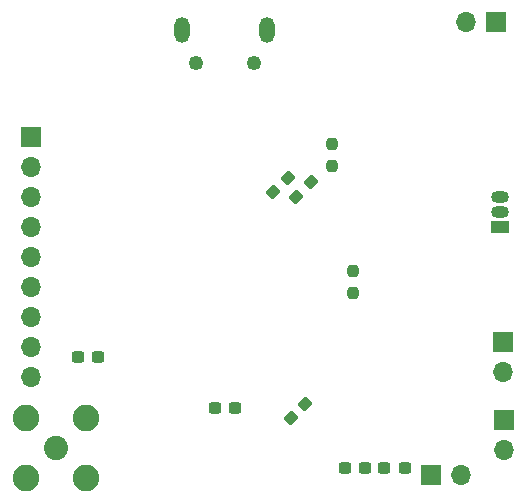
<source format=gbr>
%TF.GenerationSoftware,KiCad,Pcbnew,8.0.8-2.fc41*%
%TF.CreationDate,2025-02-14T21:39:48-05:00*%
%TF.ProjectId,OS-41,4f532d34-312e-46b6-9963-61645f706362,rev?*%
%TF.SameCoordinates,Original*%
%TF.FileFunction,Soldermask,Bot*%
%TF.FilePolarity,Negative*%
%FSLAX46Y46*%
G04 Gerber Fmt 4.6, Leading zero omitted, Abs format (unit mm)*
G04 Created by KiCad (PCBNEW 8.0.8-2.fc41) date 2025-02-14 21:39:48*
%MOMM*%
%LPD*%
G01*
G04 APERTURE LIST*
G04 Aperture macros list*
%AMRoundRect*
0 Rectangle with rounded corners*
0 $1 Rounding radius*
0 $2 $3 $4 $5 $6 $7 $8 $9 X,Y pos of 4 corners*
0 Add a 4 corners polygon primitive as box body*
4,1,4,$2,$3,$4,$5,$6,$7,$8,$9,$2,$3,0*
0 Add four circle primitives for the rounded corners*
1,1,$1+$1,$2,$3*
1,1,$1+$1,$4,$5*
1,1,$1+$1,$6,$7*
1,1,$1+$1,$8,$9*
0 Add four rect primitives between the rounded corners*
20,1,$1+$1,$2,$3,$4,$5,0*
20,1,$1+$1,$4,$5,$6,$7,0*
20,1,$1+$1,$6,$7,$8,$9,0*
20,1,$1+$1,$8,$9,$2,$3,0*%
G04 Aperture macros list end*
%ADD10C,2.050000*%
%ADD11C,2.250000*%
%ADD12R,1.700000X1.700000*%
%ADD13O,1.700000X1.700000*%
%ADD14O,1.300000X2.200000*%
%ADD15C,1.250000*%
%ADD16R,1.500000X1.050000*%
%ADD17O,1.500000X1.050000*%
%ADD18RoundRect,0.237500X0.300000X0.237500X-0.300000X0.237500X-0.300000X-0.237500X0.300000X-0.237500X0*%
%ADD19RoundRect,0.237500X-0.044194X-0.380070X0.380070X0.044194X0.044194X0.380070X-0.380070X-0.044194X0*%
%ADD20RoundRect,0.237500X-0.300000X-0.237500X0.300000X-0.237500X0.300000X0.237500X-0.300000X0.237500X0*%
%ADD21RoundRect,0.237500X0.044194X0.380070X-0.380070X-0.044194X-0.044194X-0.380070X0.380070X0.044194X0*%
%ADD22RoundRect,0.237500X0.237500X-0.250000X0.237500X0.250000X-0.237500X0.250000X-0.237500X-0.250000X0*%
G04 APERTURE END LIST*
D10*
%TO.C,J4*%
X98100000Y-123850000D03*
D11*
X95560000Y-121310000D03*
X95560000Y-126390000D03*
X100640000Y-121310000D03*
X100640000Y-126390000D03*
%TD*%
D12*
%TO.C,J7*%
X96000000Y-97520001D03*
D13*
X96000000Y-100060001D03*
X96000000Y-102600000D03*
X96000000Y-105140001D03*
X96000000Y-107680001D03*
X96000000Y-110220001D03*
X96000000Y-112760001D03*
X96000000Y-115300002D03*
X96000000Y-117840001D03*
%TD*%
D12*
%TO.C,J5*%
X135400000Y-87800000D03*
D13*
X132860000Y-87800000D03*
%TD*%
D14*
%TO.C,J6*%
X116019998Y-88500000D03*
D15*
X114839998Y-91300000D03*
X110000000Y-91300000D03*
D14*
X108820000Y-88500000D03*
%TD*%
D12*
%TO.C,J2*%
X129850000Y-126150000D03*
D13*
X132390000Y-126150000D03*
%TD*%
D12*
%TO.C,J3*%
X136000000Y-114860000D03*
D13*
X136000000Y-117400000D03*
%TD*%
D12*
%TO.C,J1*%
X136025000Y-121500000D03*
D13*
X136025000Y-124040000D03*
%TD*%
D16*
%TO.C,U5*%
X135700000Y-105200000D03*
D17*
X135700000Y-103929999D03*
X135700000Y-102660000D03*
%TD*%
D18*
%TO.C,C11*%
X127642500Y-125550000D03*
X125917500Y-125550000D03*
%TD*%
D19*
%TO.C,C7*%
X117970240Y-121329760D03*
X119190000Y-120110000D03*
%TD*%
D20*
%TO.C,C9*%
X122574998Y-125550000D03*
X124300000Y-125550000D03*
%TD*%
D21*
%TO.C,C16*%
X117719880Y-101020120D03*
X116500120Y-102239880D03*
%TD*%
D18*
%TO.C,C4*%
X113302500Y-120500000D03*
X111577500Y-120500000D03*
%TD*%
D21*
%TO.C,C14*%
X119679880Y-101370120D03*
X118460120Y-102589880D03*
%TD*%
D22*
%TO.C,R14*%
X123300000Y-110712500D03*
X123300000Y-108887500D03*
%TD*%
D20*
%TO.C,C15*%
X99937499Y-116200000D03*
X101662501Y-116200000D03*
%TD*%
D22*
%TO.C,R13*%
X121500000Y-100000000D03*
X121500000Y-98175000D03*
%TD*%
M02*

</source>
